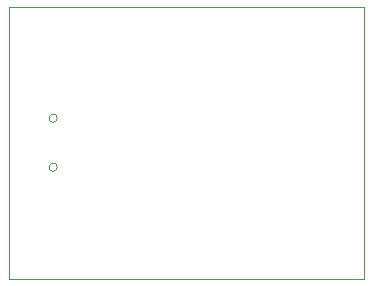
<source format=gko>
G04*
G04 #@! TF.GenerationSoftware,Altium Limited,Altium Designer,19.1.7 (138)*
G04*
G04 Layer_Color=16711935*
%FSLAX25Y25*%
%MOIN*%
G70*
G01*
G75*
%ADD15C,0.00394*%
D15*
X15925Y37106D02*
G03*
X15925Y37106I-1378J0D01*
G01*
Y53445D02*
G03*
X15925Y53445I-1378J0D01*
G01*
X0Y90551D02*
X118110D01*
Y0D02*
Y90551D01*
X0Y0D02*
X118110D01*
X0D02*
Y90551D01*
M02*

</source>
